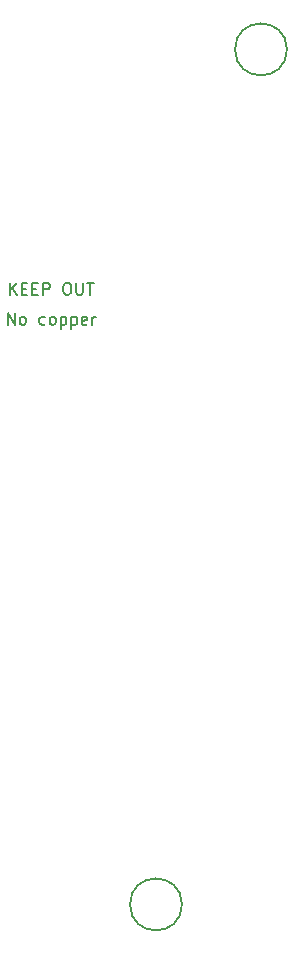
<source format=gbr>
G04 #@! TF.GenerationSoftware,KiCad,Pcbnew,(5.1.4)-1*
G04 #@! TF.CreationDate,2019-10-08T20:05:44+02:00*
G04 #@! TF.ProjectId,weather,77656174-6865-4722-9e6b-696361645f70,rev?*
G04 #@! TF.SameCoordinates,Original*
G04 #@! TF.FileFunction,Other,Comment*
%FSLAX46Y46*%
G04 Gerber Fmt 4.6, Leading zero omitted, Abs format (unit mm)*
G04 Created by KiCad (PCBNEW (5.1.4)-1) date 2019-10-08 20:05:44*
%MOMM*%
%LPD*%
G04 APERTURE LIST*
%ADD10C,0.150000*%
G04 APERTURE END LIST*
D10*
X148250000Y-133350000D02*
G75*
G03X148250000Y-133350000I-2200000J0D01*
G01*
X157140000Y-60960000D02*
G75*
G03X157140000Y-60960000I-2200000J0D01*
G01*
X133517142Y-84272380D02*
X133517142Y-83272380D01*
X134088571Y-84272380D01*
X134088571Y-83272380D01*
X134707619Y-84272380D02*
X134612380Y-84224761D01*
X134564761Y-84177142D01*
X134517142Y-84081904D01*
X134517142Y-83796190D01*
X134564761Y-83700952D01*
X134612380Y-83653333D01*
X134707619Y-83605714D01*
X134850476Y-83605714D01*
X134945714Y-83653333D01*
X134993333Y-83700952D01*
X135040952Y-83796190D01*
X135040952Y-84081904D01*
X134993333Y-84177142D01*
X134945714Y-84224761D01*
X134850476Y-84272380D01*
X134707619Y-84272380D01*
X136660000Y-84224761D02*
X136564761Y-84272380D01*
X136374285Y-84272380D01*
X136279047Y-84224761D01*
X136231428Y-84177142D01*
X136183809Y-84081904D01*
X136183809Y-83796190D01*
X136231428Y-83700952D01*
X136279047Y-83653333D01*
X136374285Y-83605714D01*
X136564761Y-83605714D01*
X136660000Y-83653333D01*
X137231428Y-84272380D02*
X137136190Y-84224761D01*
X137088571Y-84177142D01*
X137040952Y-84081904D01*
X137040952Y-83796190D01*
X137088571Y-83700952D01*
X137136190Y-83653333D01*
X137231428Y-83605714D01*
X137374285Y-83605714D01*
X137469523Y-83653333D01*
X137517142Y-83700952D01*
X137564761Y-83796190D01*
X137564761Y-84081904D01*
X137517142Y-84177142D01*
X137469523Y-84224761D01*
X137374285Y-84272380D01*
X137231428Y-84272380D01*
X137993333Y-83605714D02*
X137993333Y-84605714D01*
X137993333Y-83653333D02*
X138088571Y-83605714D01*
X138279047Y-83605714D01*
X138374285Y-83653333D01*
X138421904Y-83700952D01*
X138469523Y-83796190D01*
X138469523Y-84081904D01*
X138421904Y-84177142D01*
X138374285Y-84224761D01*
X138279047Y-84272380D01*
X138088571Y-84272380D01*
X137993333Y-84224761D01*
X138898095Y-83605714D02*
X138898095Y-84605714D01*
X138898095Y-83653333D02*
X138993333Y-83605714D01*
X139183809Y-83605714D01*
X139279047Y-83653333D01*
X139326666Y-83700952D01*
X139374285Y-83796190D01*
X139374285Y-84081904D01*
X139326666Y-84177142D01*
X139279047Y-84224761D01*
X139183809Y-84272380D01*
X138993333Y-84272380D01*
X138898095Y-84224761D01*
X140183809Y-84224761D02*
X140088571Y-84272380D01*
X139898095Y-84272380D01*
X139802857Y-84224761D01*
X139755238Y-84129523D01*
X139755238Y-83748571D01*
X139802857Y-83653333D01*
X139898095Y-83605714D01*
X140088571Y-83605714D01*
X140183809Y-83653333D01*
X140231428Y-83748571D01*
X140231428Y-83843809D01*
X139755238Y-83939047D01*
X140660000Y-84272380D02*
X140660000Y-83605714D01*
X140660000Y-83796190D02*
X140707619Y-83700952D01*
X140755238Y-83653333D01*
X140850476Y-83605714D01*
X140945714Y-83605714D01*
X133683809Y-81732380D02*
X133683809Y-80732380D01*
X134255238Y-81732380D02*
X133826666Y-81160952D01*
X134255238Y-80732380D02*
X133683809Y-81303809D01*
X134683809Y-81208571D02*
X135017142Y-81208571D01*
X135160000Y-81732380D02*
X134683809Y-81732380D01*
X134683809Y-80732380D01*
X135160000Y-80732380D01*
X135588571Y-81208571D02*
X135921904Y-81208571D01*
X136064761Y-81732380D02*
X135588571Y-81732380D01*
X135588571Y-80732380D01*
X136064761Y-80732380D01*
X136493333Y-81732380D02*
X136493333Y-80732380D01*
X136874285Y-80732380D01*
X136969523Y-80780000D01*
X137017142Y-80827619D01*
X137064761Y-80922857D01*
X137064761Y-81065714D01*
X137017142Y-81160952D01*
X136969523Y-81208571D01*
X136874285Y-81256190D01*
X136493333Y-81256190D01*
X138445714Y-80732380D02*
X138636190Y-80732380D01*
X138731428Y-80780000D01*
X138826666Y-80875238D01*
X138874285Y-81065714D01*
X138874285Y-81399047D01*
X138826666Y-81589523D01*
X138731428Y-81684761D01*
X138636190Y-81732380D01*
X138445714Y-81732380D01*
X138350476Y-81684761D01*
X138255238Y-81589523D01*
X138207619Y-81399047D01*
X138207619Y-81065714D01*
X138255238Y-80875238D01*
X138350476Y-80780000D01*
X138445714Y-80732380D01*
X139302857Y-80732380D02*
X139302857Y-81541904D01*
X139350476Y-81637142D01*
X139398095Y-81684761D01*
X139493333Y-81732380D01*
X139683809Y-81732380D01*
X139779047Y-81684761D01*
X139826666Y-81637142D01*
X139874285Y-81541904D01*
X139874285Y-80732380D01*
X140207619Y-80732380D02*
X140779047Y-80732380D01*
X140493333Y-81732380D02*
X140493333Y-80732380D01*
M02*

</source>
